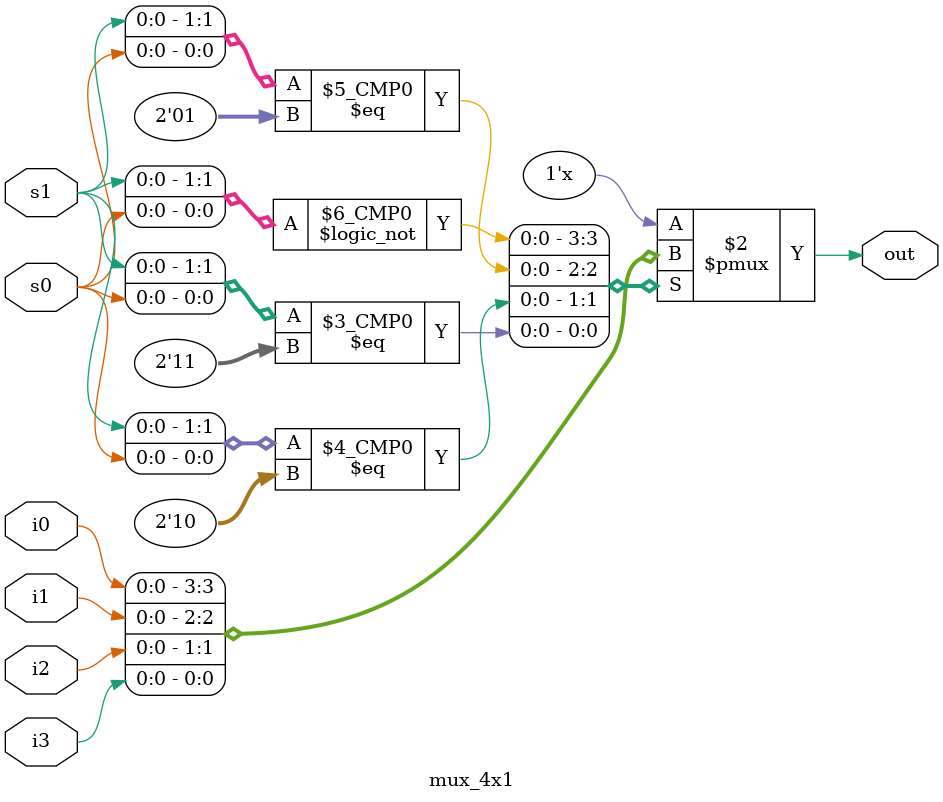
<source format=v>
module mux_4x1 (
    input wire i0,    // Input 0
    input wire i1,    // Input 1
    input wire i2,    // Input 2
    input wire i3,    // Input 3
    input wire s0,    // Select signal 0 (LSB)
    input wire s1,    // Select signal 1 (MSB)
    output reg out    // Output
);

    always @(*) begin
        // Concatenating s1 and s0 to form a 2-bit selection bus
        case ({s1, s0})
            2'b00: out = i0; // Selects i0 when s1=0, s0=0
            2'b01: out = i1; // Selects i1 when s1=0, s0=1
            2'b10: out = i2; // Selects i2 when s1=1, s0=0
            2'b11: out = i3; // Selects i3 when s1=1, s0=1
            default: out = 1'b0;
        endcase
    end

endmodule
</source>
